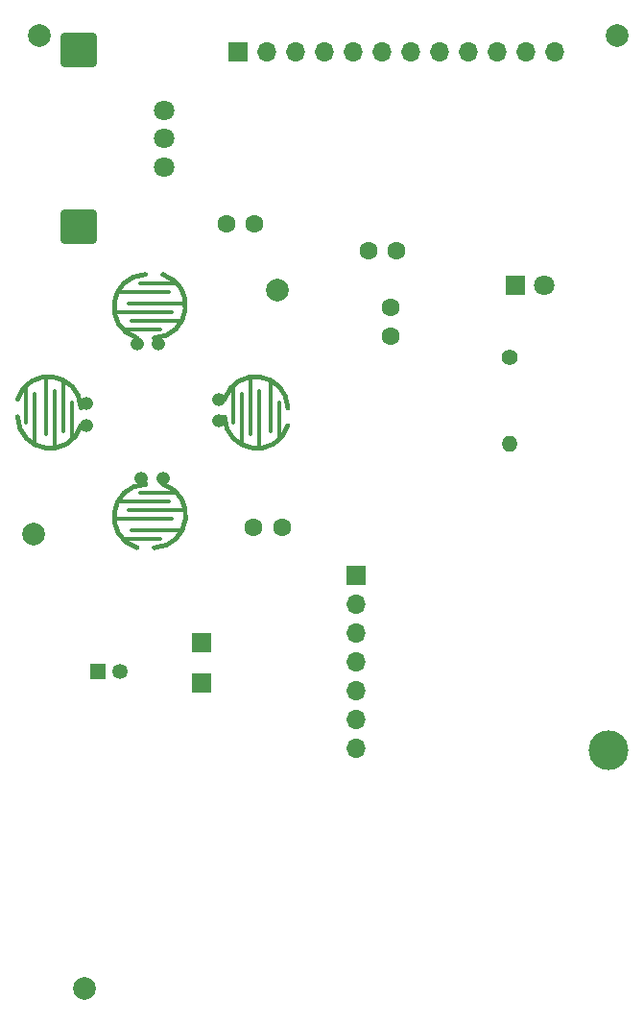
<source format=gbr>
%TF.GenerationSoftware,KiCad,Pcbnew,9.0.0*%
%TF.CreationDate,2025-04-14T10:38:46-04:00*%
%TF.ProjectId,leftPCB,6c656674-5043-4422-9e6b-696361645f70,rev?*%
%TF.SameCoordinates,Original*%
%TF.FileFunction,Soldermask,Top*%
%TF.FilePolarity,Negative*%
%FSLAX46Y46*%
G04 Gerber Fmt 4.6, Leading zero omitted, Abs format (unit mm)*
G04 Created by KiCad (PCBNEW 9.0.0) date 2025-04-14 10:38:46*
%MOMM*%
%LPD*%
G01*
G04 APERTURE LIST*
G04 Aperture macros list*
%AMRoundRect*
0 Rectangle with rounded corners*
0 $1 Rounding radius*
0 $2 $3 $4 $5 $6 $7 $8 $9 X,Y pos of 4 corners*
0 Add a 4 corners polygon primitive as box body*
4,1,4,$2,$3,$4,$5,$6,$7,$8,$9,$2,$3,0*
0 Add four circle primitives for the rounded corners*
1,1,$1+$1,$2,$3*
1,1,$1+$1,$4,$5*
1,1,$1+$1,$6,$7*
1,1,$1+$1,$8,$9*
0 Add four rect primitives between the rounded corners*
20,1,$1+$1,$2,$3,$4,$5,0*
20,1,$1+$1,$4,$5,$6,$7,0*
20,1,$1+$1,$6,$7,$8,$9,0*
20,1,$1+$1,$8,$9,$2,$3,0*%
G04 Aperture macros list end*
%ADD10C,0.300000*%
%ADD11C,0.400000*%
%ADD12R,1.700000X1.700000*%
%ADD13O,1.203200X1.203200*%
%ADD14R,1.350000X1.350000*%
%ADD15C,1.350000*%
%ADD16C,1.600000*%
%ADD17O,1.700000X1.700000*%
%ADD18O,1.400000X1.400000*%
%ADD19C,1.400000*%
%ADD20C,2.000000*%
%ADD21R,1.800000X1.800000*%
%ADD22C,1.800000*%
%ADD23C,3.500000*%
%ADD24RoundRect,0.465000X-1.185000X1.085000X-1.185000X-1.085000X1.185000X-1.085000X1.185000X1.085000X0*%
G04 APERTURE END LIST*
D10*
%TO.C,SW1*%
X131819000Y-73389000D02*
X136645000Y-73389000D01*
X132073000Y-71611000D02*
X136391000Y-71611000D01*
X132454000Y-74913000D02*
X135629000Y-74913000D01*
X137026000Y-70849000D02*
X133851000Y-70849000D01*
X137407000Y-74151000D02*
X133089000Y-74151000D01*
X137661000Y-72627000D02*
X132835000Y-72627000D01*
D11*
X133597000Y-75675000D02*
G75*
G02*
X134359000Y-70087000I847981J2730321D01*
G01*
X135883000Y-70087000D02*
G75*
G02*
X135121000Y-75675000I-847981J-2730321D01*
G01*
D10*
%TO.C,SW4*%
X142095800Y-79965100D02*
X142095800Y-83140100D01*
X142857800Y-84918100D02*
X142857800Y-80600100D01*
X143619800Y-79330100D02*
X143619800Y-84156100D01*
X144381800Y-85172100D02*
X144381800Y-80346100D01*
X145397800Y-79584100D02*
X145397800Y-83902100D01*
X146159800Y-84537100D02*
X146159800Y-81362100D01*
D11*
X141333800Y-81108100D02*
G75*
G02*
X146921800Y-81870100I2730321J-847981D01*
G01*
X146921800Y-83394100D02*
G75*
G02*
X141333800Y-82632100I-2730321J847981D01*
G01*
D10*
%TO.C,SW3*%
X123840900Y-79965100D02*
X123840900Y-83140100D01*
X124602900Y-84918100D02*
X124602900Y-80600100D01*
X125618900Y-79330100D02*
X125618900Y-84156100D01*
X126380900Y-85172100D02*
X126380900Y-80346100D01*
X127142900Y-79584100D02*
X127142900Y-83902100D01*
X127904900Y-84537100D02*
X127904900Y-81362100D01*
D11*
X123078900Y-81108100D02*
G75*
G02*
X128666900Y-81870100I2730321J-847981D01*
G01*
X128666900Y-83394100D02*
G75*
G02*
X123078900Y-82632100I-2730321J847981D01*
G01*
D10*
%TO.C,SW2*%
X131829200Y-91631300D02*
X136655200Y-91631300D01*
X132083200Y-90107300D02*
X136401200Y-90107300D01*
X132464200Y-93409300D02*
X135639200Y-93409300D01*
X137036200Y-89345300D02*
X133861200Y-89345300D01*
X137417200Y-92647300D02*
X133099200Y-92647300D01*
X137671200Y-90869300D02*
X132845200Y-90869300D01*
D11*
X133607200Y-94171300D02*
G75*
G02*
X134369200Y-88583300I847981J2730321D01*
G01*
X135893200Y-88583300D02*
G75*
G02*
X135131200Y-94171300I-847981J-2730321D01*
G01*
%TD*%
D12*
%TO.C,J4*%
X139300000Y-106100000D03*
%TD*%
D13*
%TO.C,SW1*%
X135502000Y-76183000D03*
X133597000Y-76183000D03*
%TD*%
D14*
%TO.C,J5*%
X130150000Y-105050000D03*
D15*
X132150000Y-105050000D03*
%TD*%
D16*
%TO.C,C4*%
X156000000Y-75500000D03*
X156000000Y-73000000D03*
%TD*%
D17*
%TO.C,J2*%
X152900000Y-101680000D03*
X152900000Y-104220000D03*
X152900000Y-99140000D03*
D12*
X152900000Y-96600000D03*
D17*
X152900000Y-106760000D03*
X152900000Y-109300000D03*
X152900000Y-111840000D03*
%TD*%
D18*
%TO.C,R1*%
X166500000Y-85000000D03*
D19*
X166500000Y-77380000D03*
%TD*%
D20*
%TO.C,H5*%
X124999900Y-48999900D03*
%TD*%
D16*
%TO.C,C1*%
X144000000Y-65600000D03*
X141500000Y-65600000D03*
%TD*%
D12*
%TO.C,J1*%
X142525000Y-50500000D03*
D17*
X145065000Y-50500000D03*
X147605000Y-50500000D03*
X150145000Y-50500000D03*
X152685000Y-50500000D03*
X155225000Y-50500000D03*
X157765000Y-50500000D03*
X160305000Y-50500000D03*
X162845000Y-50500000D03*
X165385000Y-50500000D03*
X167925000Y-50500000D03*
X170465000Y-50500000D03*
%TD*%
D16*
%TO.C,C3*%
X156500000Y-68000000D03*
X154000000Y-68000000D03*
%TD*%
D21*
%TO.C,D1*%
X166960000Y-71000000D03*
D22*
X169500000Y-71000000D03*
%TD*%
D13*
%TO.C,SW4*%
X140825800Y-83013100D03*
X140825800Y-81108100D03*
%TD*%
D20*
%TO.C,H4*%
X146000100Y-71500000D03*
%TD*%
D12*
%TO.C,J3*%
X139300000Y-102500000D03*
%TD*%
D20*
%TO.C,H3*%
X124500000Y-93000100D03*
%TD*%
D23*
%TO.C,H1*%
X175243400Y-111998300D03*
%TD*%
D20*
%TO.C,H2*%
X129000100Y-133000000D03*
%TD*%
D13*
%TO.C,SW3*%
X129174900Y-81489100D03*
X129174900Y-83394100D03*
%TD*%
%TO.C,SW2*%
X133988200Y-88075300D03*
X135893200Y-88075300D03*
%TD*%
D16*
%TO.C,C2*%
X143900000Y-92400000D03*
X146400000Y-92400000D03*
%TD*%
D20*
%TO.C,H6*%
X176000000Y-49000000D03*
%TD*%
D22*
%TO.C,SW5*%
X136000000Y-58100000D03*
D24*
X128500000Y-50300000D03*
X128500000Y-65900000D03*
D22*
X136000000Y-55600000D03*
X136000000Y-60600000D03*
%TD*%
M02*

</source>
